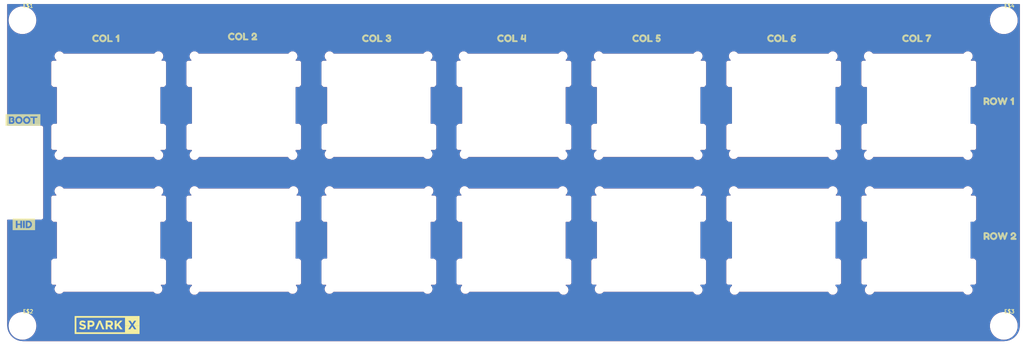
<source format=kicad_pcb>
(kicad_pcb (version 20211014) (generator pcbnew)
  (layers (0 "F.Cu" signal) (31 "B.Cu" signal) (34 "B.Paste" user) (35 "F.Paste" user) (36 "B.SilkS" user "B.Silkscreen") (37 "F.SilkS" user "F.Silkscreen") (38 "B.Mask" user) (39 "F.Mask" user) (44 "Edge.Cuts" user))
  (net 0 "")
  (footprint "" (layer "F.Cu") (at 103.48698 102.529324)
    (fp_text reference "@HOLE15" hide)
    (fp_text value "" (at 0 0) (layer "F.SilkS") (effects (font (size 1.27 1.27))))
    (pad "" np_thru_hole circle (at 0 0) (size 0.762 0.762) (drill 0.762) (layers *.Cu *.Mask))
  )
  (footprint "" (layer "F.Cu") (at 103.48698 88.559324)
    (fp_text reference "@HOLE12" hide)
    (fp_text value "" (at 0 0) (layer "F.SilkS") (effects (font (size 1.27 1.27))))
    (pad "" np_thru_hole circle (at 0 0) (size 0.762 0.762) (drill 0.762) (layers *.Cu *.Mask))
  )
  (footprint "" (layer "F.Cu") (at 174.47998 88.559324)
    (fp_text reference "@HOLE33" hide)
    (fp_text value "" (at 0 0) (layer "F.SilkS") (effects (font (size 1.27 1.27))))
    (pad "" np_thru_hole circle (at 0 0) (size 0.762 0.762) (drill 0.762) (layers *.Cu *.Mask))
  )
  (footprint "" (layer "F.Cu") (at 84.43698 121.452324)
    (fp_text reference "@HOLE5" hide)
    (fp_text value "" (at 0 0) (layer "F.SilkS") (effects (font (size 1.27 1.27))))
    (pad "" np_thru_hole circle (at 0 0) (size 0.762 0.762) (drill 0.762) (layers *.Cu *.Mask))
  )
  (footprint "" (layer "F.Cu") (at 103.48698 107.609324)
    (fp_text reference "@HOLE8" hide)
    (fp_text value "" (at 0 0) (layer "F.SilkS") (effects (font (size 1.27 1.27))))
    (pad "" np_thru_hole circle (at 0 0) (size 0.762 0.762) (drill 0.762) (layers *.Cu *.Mask))
  )
  (footprint "" (layer "F.Cu") (at 84.43698 88.559324)
    (fp_text reference "@HOLE0" hide)
    (fp_text value "" (at 0 0) (layer "F.SilkS") (effects (font (size 1.27 1.27))))
    (pad "" np_thru_hole circle (at 0 0) (size 0.762 0.762) (drill 0.762) (layers *.Cu *.Mask))
  )
  (footprint "eagleBoard:STAND-OFF" (layer "F.Cu") (at 79.22998 126.659324)
    (fp_text reference "E$2" (at 0 -2.032) (layer "F.SilkS") (effects (font (size 0.512064 0.512064) (thickness 0.097536)) (justify left)))
    (fp_text value "")
    (pad "" np_thru_hole circle (at 0 0) (size 3.302 3.302) (drill 3.302) (layers *.Cu *.Mask))
  )
  (footprint "" (layer "F.Cu") (at 212.57998 102.529324)
    (fp_text reference "@HOLE50" hide)
    (fp_text value "" (at 0 0) (layer "F.SilkS") (effects (font (size 1.27 1.27))))
    (pad "" np_thru_hole circle (at 0 0) (size 0.762 0.762) (drill 0.762) (layers *.Cu *.Mask))
  )
  (footprint "" (layer "F.Cu") (at 84.43698 102.529324)
    (fp_text reference "@HOLE3" hide)
    (fp_text value "" (at 0 0) (layer "F.SilkS") (effects (font (size 1.27 1.27))))
    (pad "" np_thru_hole circle (at 0 0) (size 0.762 0.762) (drill 0.762) (layers *.Cu *.Mask))
  )
  (footprint "" (layer "F.Cu") (at 155.42998 88.559324)
    (fp_text reference "@HOLE22" hide)
    (fp_text value "" (at 0 0) (layer "F.SilkS") (effects (font (size 1.27 1.27))))
    (pad "" np_thru_hole circle (at 0 0) (size 0.762 0.762) (drill 0.762) (layers *.Cu *.Mask))
  )
  (footprint "eagleBoard:COL_23" (layer "F.Cu") (at 107.29698 85.765324)
    (fp_text reference "E$11" hide)
    (fp_text value "" hide)
  )
  (footprint "" (layer "F.Cu") (at 155.42998 107.609324)
    (fp_text reference "@HOLE24" hide)
    (fp_text value "" (at 0 0) (layer "F.SilkS") (effects (font (size 1.27 1.27))))
    (pad "" np_thru_hole circle (at 0 0) (size 0.762 0.762) (drill 0.762) (layers *.Cu *.Mask))
  )
  (footprint "" (layer "F.Cu") (at 179.55998 107.609324)
    (fp_text reference "@HOLE40" hide)
    (fp_text value "" (at 0 0) (layer "F.SilkS") (effects (font (size 1.27 1.27))))
    (pad "" np_thru_hole circle (at 0 0) (size 0.762 0.762) (drill 0.762) (layers *.Cu *.Mask))
  )
  (footprint "eagleBoard:COL_34" (layer "F.Cu") (at 126.21998 86.019324)
    (fp_text reference "E$12" hide)
    (fp_text value "" hide)
  )
  (footprint "" (layer "F.Cu") (at 155.42998 102.529324)
    (fp_text reference "@HOLE23" hide)
    (fp_text value "" (at 0 0) (layer "F.SilkS") (effects (font (size 1.27 1.27))))
    (pad "" np_thru_hole circle (at 0 0) (size 0.762 0.762) (drill 0.762) (layers *.Cu *.Mask))
  )
  (footprint "" (layer "F.Cu") (at 193.52998 88.559324)
    (fp_text reference "@HOLE46" hide)
    (fp_text value "" (at 0 0) (layer "F.SilkS") (effects (font (size 1.27 1.27))))
    (pad "" np_thru_hole circle (at 0 0) (size 0.762 0.762) (drill 0.762) (layers *.Cu *.Mask))
  )
  (footprint "eagleBoard:STAND-OFF" (layer "F.Cu") (at 79.22998 83.479324)
    (fp_text reference "E$1" (at 0 -2.032) (layer "F.SilkS") (effects (font (size 0.512064 0.512064) (thickness 0.097536)) (justify left)))
    (fp_text value "")
    (pad "" np_thru_hole circle (at 0 0) (size 3.302 3.302) (drill 3.302) (layers *.Cu *.Mask))
  )
  (footprint "" (layer "F.Cu") (at 117.32998 102.529324)
    (fp_text reference "@HOLE14" hide)
    (fp_text value "" (at 0 0) (layer "F.SilkS") (effects (font (size 1.27 1.27))))
    (pad "" np_thru_hole circle (at 0 0) (size 0.762 0.762) (drill 0.762) (layers *.Cu *.Mask))
  )
  (footprint "" (layer "F.Cu") (at 136.37998 102.402324)
    (fp_text reference "@HOLE19" hide)
    (fp_text value "" (at 0 0) (layer "F.SilkS") (effects (font (size 1.27 1.27))))
    (pad "" np_thru_hole circle (at 0 0) (size 0.762 0.762) (drill 0.762) (layers *.Cu *.Mask))
  )
  (footprint "eagleBoard:COL_12" (layer "F.Cu") (at 88.11998 86.019324)
    (fp_text reference "E$10" hide)
    (fp_text value "" hide)
  )
  (footprint "" (layer "F.Cu") (at 141.58698 107.609324)
    (fp_text reference "@HOLE25" hide)
    (fp_text value "" (at 0 0) (layer "F.SilkS") (effects (font (size 1.27 1.27))))
    (pad "" np_thru_hole circle (at 0 0) (size 0.762 0.762) (drill 0.762) (layers *.Cu *.Mask))
  )
  (footprint "eagleBoard:COL_56" (layer "F.Cu") (at 164.31998 86.019324)
    (fp_text reference "E$14" hide)
    (fp_text value "" hide)
  )
  (footprint "" (layer "F.Cu") (at 122.53698 102.402324)
    (fp_text reference "@HOLE16" hide)
    (fp_text value "" (at 0 0) (layer "F.SilkS") (effects (font (size 1.27 1.27))))
    (pad "" np_thru_hole circle (at 0 0) (size 0.762 0.762) (drill 0.762) (layers *.Cu *.Mask))
  )
  (footprint "" (layer "F.Cu") (at 179.55998 102.402324)
    (fp_text reference "@HOLE44" hide)
    (fp_text value "" (at 0 0) (layer "F.SilkS") (effects (font (size 1.27 1.27))))
    (pad "" np_thru_hole circle (at 0 0) (size 0.762 0.762) (drill 0.762) (layers *.Cu *.Mask))
  )
  (footprint "" (layer "F.Cu") (at 141.71398 121.452324)
    (fp_text reference "@HOLE26" hide)
    (fp_text value "" (at 0 0) (layer "F.SilkS") (effects (font (size 1.27 1.27))))
    (pad "" np_thru_hole circle (at 0 0) (size 0.762 0.762) (drill 0.762) (layers *.Cu *.Mask))
  )
  (footprint "" (layer "F.Cu") (at 122.53698 107.609324)
    (fp_text reference "@HOLE30" hide)
    (fp_text value "" (at 0 0) (layer "F.SilkS") (effects (font (size 1.27 1.27))))
    (pad "" np_thru_hole circle (at 0 0) (size 0.762 0.762) (drill 0.762) (layers *.Cu *.Mask))
  )
  (footprint "" (layer "F.Cu") (at 141.58698 102.402324)
    (fp_text reference "@HOLE20" hide)
    (fp_text value "" (at 0 0) (layer "F.SilkS") (effects (font (size 1.27 1.27))))
    (pad "" np_thru_hole circle (at 0 0) (size 0.762 0.762) (drill 0.762) (layers *.Cu *.Mask))
  )
  (footprint "" (layer "F.Cu") (at 160.50998 88.559324)
    (fp_text reference "@HOLE32" hide)
    (fp_text value "" (at 0 0) (layer "F.SilkS") (effects (font (size 1.27 1.27))))
    (pad "" np_thru_hole circle (at 0 0) (size 0.762 0.762) (drill 0.762) (layers *.Cu *.Mask))
  )
  (footprint "" (layer "F.Cu") (at 174.47998 102.529324)
    (fp_text reference "@HOLE34" hide)
    (fp_text value "" (at 0 0) (layer "F.SilkS") (effects (font (size 1.27 1.27))))
    (pad "" np_thru_hole circle (at 0 0) (size 0.762 0.762) (drill 0.762) (layers *.Cu *.Mask))
  )
  (footprint "" (layer "F.Cu") (at 117.32998 88.559324)
    (fp_text reference "@HOLE13" hide)
    (fp_text value "" (at 0 0) (layer "F.SilkS") (effects (font (size 1.27 1.27))))
    (pad "" np_thru_hole circle (at 0 0) (size 0.762 0.762) (drill 0.762) (layers *.Cu *.Mask))
  )
  (footprint "eagleBoard:COL_67" (layer "F.Cu") (at 183.36998 86.019324)
    (fp_text reference "E$15" hide)
    (fp_text value "" hide)
  )
  (footprint "eagleBoard:STAND-OFF" (layer "F.Cu") (at 217.65998 126.659324)
    (fp_text reference "E$3" (at 0 -2.032) (layer "F.SilkS") (effects (font (size 0.512064 0.512064) (thickness 0.097536)) (justify left)))
    (fp_text value "")
    (pad "" np_thru_hole circle (at 0 0) (size 3.302 3.302) (drill 3.302) (layers *.Cu *.Mask))
  )
  (footprint "" (layer "F.Cu") (at 212.57998 107.609324)
    (fp_text reference "@HOLE55" hide)
    (fp_text value "" (at 0 0) (layer "F.SilkS") (effects (font (size 1.27 1.27))))
    (pad "" np_thru_hole circle (at 0 0) (size 0.762 0.762) (drill 0.762) (layers *.Cu *.Mask))
  )
  (footprint "" (layer "F.Cu") (at 198.60998 88.559324)
    (fp_text reference "@HOLE48" hide)
    (fp_text value "" (at 0 0) (layer "F.SilkS") (effects (font (size 1.27 1.27))))
    (pad "" np_thru_hole circle (at 0 0) (size 0.762 0.762) (drill 0.762) (layers *.Cu *.Mask))
  )
  (footprint "" (layer "F.Cu") (at 198.60998 102.529324)
    (fp_text reference "@HOLE51" hide)
    (fp_text value "" (at 0 0) (layer "F.SilkS") (effects (font (size 1.27 1.27))))
    (pad "" np_thru_hole circle (at 0 0) (size 0.762 0.762) (drill 0.762) (layers *.Cu *.Mask))
  )
  (footprint "" (layer "F.Cu") (at 98.40698 88.559324)
    (fp_text reference "@HOLE1" hide)
    (fp_text value "" (at 0 0) (layer "F.SilkS") (effects (font (size 1.27 1.27))))
    (pad "" np_thru_hole circle (at 0 0) (size 0.762 0.762) (drill 0.762) (layers *.Cu *.Mask))
  )
  (footprint "" (layer "F.Cu") (at 193.52998 102.529324)
    (fp_text reference "@HOLE45" hide)
    (fp_text value "" (at 0 0) (layer "F.SilkS") (effects (font (size 1.27 1.27))))
    (pad "" np_thru_hole circle (at 0 0) (size 0.762 0.762) (drill 0.762) (layers *.Cu *.Mask))
  )
  (footprint "" (layer "F.Cu") (at 98.27998 121.452324)
    (fp_text reference "@HOLE6" hide)
    (fp_text value "" (at 0 0) (layer "F.SilkS") (effects (font (size 1.27 1.27))))
    (pad "" np_thru_hole circle (at 0 0) (size 0.762 0.762) (drill 0.762) (layers *.Cu *.Mask))
  )
  (footprint "eagleBoard:COL_45" (layer "F.Cu") (at 145.26998 86.019324)
    (fp_text reference "E$13" hide)
    (fp_text value "" hide)
  )
  (footprint "" (layer "F.Cu") (at 98.40698 102.529324)
    (fp_text reference "@HOLE2" hide)
    (fp_text value "" (at 0 0) (layer "F.SilkS") (effects (font (size 1.27 1.27))))
    (pad "" np_thru_hole circle (at 0 0) (size 0.762 0.762) (drill 0.762) (layers *.Cu *.Mask))
  )
  (footprint "" (layer "F.Cu") (at 98.40698 107.609324)
    (fp_text reference "@HOLE7" hide)
    (fp_text value "" (at 0 0) (layer "F.SilkS") (effects (font (size 1.27 1.27))))
    (pad "" np_thru_hole circle (at 0 0) (size 0.762 0.762) (drill 0.762) (layers *.Cu *.Mask))
  )
  (footprint "" (layer "F.Cu") (at 160.63698 121.452324)
    (fp_text reference "@HOLE39" hide)
    (fp_text value "" (at 0 0) (layer "F.SilkS") (effects (font (size 1.27 1.27))))
    (pad "" np_thru_hole circle (at 0 0) (size 0.762 0.762) (drill 0.762) (layers *.Cu *.Mask))
  )
  (footprint "" (layer "F.Cu") (at 212.57998 88.559324)
    (fp_text reference "@HOLE49" hide)
    (fp_text value "" (at 0 0) (layer "F.SilkS") (effects (font (size 1.27 1.27))))
    (pad "" np_thru_hole circle (at 0 0) (size 0.762 0.762) (drill 0.762) (layers *.Cu *.Mask))
  )
  (footprint "" (layer "F.Cu") (at 117.32998 121.452324)
    (fp_text reference "@HOLE10" hide)
    (fp_text value "" (at 0 0) (layer "F.SilkS") (effects (font (size 1.27 1.27))))
    (pad "" np_thru_hole circle (at 0 0) (size 0.762 0.762) (drill 0.762) (layers *.Cu *.Mask))
  )
  (footprint "" (layer "F.Cu") (at 174.47998 107.609324)
    (fp_text reference "@HOLE37" hide)
    (fp_text value "" (at 0 0) (layer "F.SilkS") (effects (font (size 1.27 1.27))))
    (pad "" np_thru_hole circle (at 0 0) (size 0.762 0.762) (drill 0.762) (layers *.Cu *.Mask))
  )
  (footprint "" (layer "F.Cu") (at 136.37998 88.559324)
    (fp_text reference "@HOLE18" hide)
    (fp_text value "" (at 0 0) (layer "F.SilkS") (effects (font (size 1.27 1.27))))
    (pad "" np_thru_hole circle (at 0 0) (size 0.762 0.762) (drill 0.762) (layers *.Cu *.Mask))
  )
  (footprint "" (layer "F.Cu") (at 155.55698 121.579324)
    (fp_text reference "@HOLE27" hide)
    (fp_text value "" (at 0 0) (layer "F.SilkS") (effects (font (size 1.27 1.27))))
    (pad "" np_thru_hole circle (at 0 0) (size 0.762 0.762) (drill 0.762) (layers *.Cu *.Mask))
  )
  (footprint "" (layer "F.Cu") (at 117.45698 107.609324)
    (fp_text reference "@HOLE11" hide)
    (fp_text value "" (at 0 0) (layer "F.SilkS") (effects (font (size 1.27 1.27))))
    (pad "" np_thru_hole circle (at 0 0) (size 0.762 0.762) (drill 0.762) (layers *.Cu *.Mask))
  )
  (footprint "" (layer "F.Cu") (at 198.73698 107.609324)
    (fp_text reference "@HOLE52" hide)
    (fp_text value "" (at 0 0) (layer "F.SilkS") (effects (font (size 1.27 1.27))))
    (pad "" np_thru_hole circle (at 0 0) (size 0.762 0.762) (drill 0.762) (layers *.Cu *.Mask))
  )
  (footprint "" (layer "F.Cu") (at 160.63698 107.609324)
    (fp_text reference "@HOLE36" hide)
    (fp_text value "" (at 0 0) (layer "F.SilkS") (effects (font (size 1.27 1.27))))
    (pad "" np_thru_hole circle (at 0 0) (size 0.762 0.762) (drill 0.762) (layers *.Cu *.Mask))
  )
  (footprint "" (layer "F.Cu") (at 193.52998 107.609324)
    (fp_text reference "@HOLE41" hide)
    (fp_text value "" (at 0 0) (layer "F.SilkS") (effects (font (size 1.27 1.27))))
    (pad "" np_thru_hole circle (at 0 0) (size 0.762 0.762) (drill 0.762) (layers *.Cu *.Mask))
  )
  (footprint "" (layer "F.Cu") (at 136.37998 121.452324)
    (fp_text reference "@HOLE28" hide)
    (fp_text value "" (at 0 0) (layer "F.SilkS") (effects (font (size 1.27 1.27))))
    (pad "" np_thru_hole circle (at 0 0) (size 0.762 0.762) (drill 0.762) (layers *.Cu *.Mask))
  )
  (footprint "" (layer "F.Cu") (at 212.57998 121.579324)
    (fp_text reference "@HOLE54" hide)
    (fp_text value "" (at 0 0) (layer "F.SilkS") (effects (font (size 1.27 1.27))))
    (pad "" np_thru_hole circle (at 0 0) (size 0.762 0.762) (drill 0.762) (layers *.Cu *.Mask))
  )
  (footprint "eagleBoard:HID0" (layer "F.Cu") (at 77.32498 112.308324)
    (fp_text reference "E$6" hide)
    (fp_text value "" hide)
  )
  (footprint "" (layer "F.Cu") (at 179.68698 121.579324)
    (fp_text reference "@HOLE43" hide)
    (fp_text value "" (at 0 0) (layer "F.SilkS") (effects (font (size 1.27 1.27))))
    (pad "" np_thru_hole circle (at 0 0) (size 0.762 0.762) (drill 0.762) (layers *.Cu *.Mask))
  )
  (footprint "" (layer "F.Cu") (at 174.47998 121.579324)
    (fp_text reference "@HOLE38" hide)
    (fp_text value "" (at 0 0) (layer "F.SilkS") (effects (font (size 1.27 1.27))))
    (pad "" np_thru_hole circle (at 0 0) (size 0.762 0.762) (drill 0.762) (layers *.Cu *.Mask))
  )
  (footprint "" (layer "F.Cu") (at 84.43698 107.609324)
    (fp_text reference "@HOLE4" hide)
    (fp_text value "" (at 0 0) (layer "F.SilkS") (effects (font (size 1.27 1.27))))
    (pad "" np_thru_hole circle (at 0 0) (size 0.762 0.762) (drill 0.762) (layers *.Cu *.Mask))
  )
  (footprint "" (layer "F.Cu") (at 160.50998 102.529324)
    (fp_text reference "@HOLE35" hide)
    (fp_text value "" (at 0 0) (layer "F.SilkS") (effects (font (size 1.27 1.27))))
    (pad "" np_thru_hole circle (at 0 0) (size 0.762 0.762) (drill 0.762) (layers *.Cu *.Mask))
  )
  (footprint "eagleBoard:SPARKX-MEDIUM" (layer "F.Cu") (at 91.16798 126.532324)
    (fp_text reference "E$7" hide)
    (fp_text value "" hide)
  )
  (footprint "eagleBoard:ROW_10" (layer "F.Cu") (at 213.84998 94.909324)
    (fp_text reference "E$8" hide)
    (fp_text value "" hide)
  )
  (footprint "" (layer "F.Cu") (at 103.48698 121.579324)
    (fp_text reference "@HOLE9" hide)
    (fp_text value "" (at 0 0) (layer "F.SilkS") (effects (font (size 1.27 1.27))))
    (pad "" np_thru_hole circle (at 0 0) (size 0.762 0.762) (drill 0.762) (layers *.Cu *.Mask))
  )
  (footprint "" (layer "F.Cu") (at 122.53698 121.452324)
    (fp_text reference "@HOLE29" hide)
    (fp_text value "" (at 0 0) (layer "F.SilkS") (effects (font (size 1.27 1.27))))
    (pad "" np_thru_hole circle (at 0 0) (size 0.762 0.762) (drill 0.762) (layers *.Cu *.Mask))
  )
  (footprint "" (layer "F.Cu") (at 193.52998 121.579324)
    (fp_text reference "@HOLE42" hide)
    (fp_text value "" (at 0 0) (layer "F.SilkS") (effects (font (size 1.27 1.27))))
    (pad "" np_thru_hole circle (at 0 0) (size 0.762 0.762) (drill 0.762) (layers *.Cu *.Mask))
  )
  (footprint "" (layer "F.Cu") (at 198.73698 121.579324)
    (fp_text reference "@HOLE53" hide)
    (fp_text value "" (at 0 0) (layer "F.SilkS") (effects (font (size 1.27 1.27))))
    (pad "" np_thru_hole circle (at 0 0) (size 0.762 0.762) (drill 0.762) (layers *.Cu *.Mask))
  )
  (footprint "eagleBoard:BOOT1" (layer "F.Cu") (at 76.30898 97.576324)
    (fp_text reference "E$5" hide)
    (fp_text value "" hide)
  )
  (footprint "" (layer "F.Cu") (at 136.50698 107.609324)
    (fp_text reference "@HOLE31" hide)
    (fp_text value "" (at 0 0) (layer "F.SilkS") (effects (font (size 1.27 1.27))))
    (pad "" np_thru_hole circle (at 0 0) (size 0.762 0.762) (drill 0.762) (layers *.Cu *.Mask))
  )
  (footprint "" (layer "F.Cu") (at 179.55998 88.559324)
    (fp_text reference "@HOLE47" hide)
    (fp_text value "" (at 0 0) (layer "F.SilkS") (effects (font (size 1.27 1.27))))
    (pad "" np_thru_hole circle (at 0 0) (size 0.762 0.762) (drill 0.762) (layers *.Cu *.Mask))
  )
  (footprint "eagleBoard:COL_78" (layer "F.Cu") (at 202.41998 86.019324)
    (fp_text reference "E$16" hide)
    (fp_text value "" hide)
  )
  (footprint "eagleBoard:ROW_21" (layer "F.Cu") (at 213.84998 113.959324)
    (fp_text reference "E$9" hide)
    (fp_text value "" hide)
  )
  (footprint "" (layer "F.Cu") (at 122.53698 88.559324)
    (fp_text reference "@HOLE17" hide)
    (fp_text value "" (at 0 0) (layer "F.SilkS") (effects (font (size 1.27 1.27))))
    (pad "" np_thru_hole circle (at 0 0) (size 0.762 0.762) (drill 0.762) (layers *.Cu *.Mask))
  )
  (footprint "" (layer "F.Cu") (at 141.45998 88.559324)
    (fp_text reference "@HOLE21" hide)
    (fp_text value "" (at 0 0) (layer "F.SilkS") (effects (font (size 1.27 1.27))))
    (pad "" np_thru_hole circle (at 0 0) (size 0.762 0.762) (drill 0.762) (layers *.Cu *.Mask))
  )
  (footprint "eagleBoard:STAND-OFF" (layer "F.Cu") (at 217.65998 83.479324)
    (fp_text reference "E$4" (at 0 -2.032) (layer "F.SilkS") (effects (font (size 0.512064 0.512064) (thickness 0.097536)) (justify left)))
    (fp_text value "")
    (pad "" np_thru_hole circle (at 0 0) (size 3.302 3.302) (drill 3.302) (layers *.Cu *.Mask))
  )
  (gr_line (start 212.763089 98.410184) (end 212.657261 98.304343) (layer "Edge.Cuts") (width 0.001))
  (gr_line (start 98.37843 89.499015) (end 98.37843 88.504184) (layer "Edge.Cuts") (width 0.001))
  (gr_line (start 76.809598 127.027515) (end 76.91543 127.450843) (layer "Edge.Cuts") (width 0.001))
  (gr_line (start 174.557261 89.499015) (end 174.557261 88.504184) (layer "Edge.Cuts") (width 0.001))
  (gr_line (start 179.616089 101.500515) (end 179.616089 102.495343) (layer "Edge.Cuts") (width 0.001))
  (gr_line (start 193.607261 101.500515) (end 194.411598 101.500515) (layer "Edge.Cuts") (width 0.001))
  (gr_line (start 156.35393 92.504684) (end 156.35393 89.499015) (layer "Edge.Cuts") (width 0.001))
  (gr_line (start 193.713098 117.439015) (end 193.607261 117.333184) (layer "Edge.Cuts") (width 0.001))
  (gr_line (start 160.566098 108.549015) (end 159.761761 108.549015) (layer "Edge.Cuts") (width 0.001))
  (gr_line (start 212.763089 117.439015) (end 212.657261 117.333184) (layer "Edge.Cuts") (width 0.001))
  (gr_line (start 137.30393 92.504684) (end 137.30393 89.499015) (layer "Edge.Cuts") (width 0.001))
  (gr_line (start 117.534261 111.660515) (end 118.148098 111.660515) (layer "Edge.Cuts") (width 0.001))
  (gr_line (start 83.688761 92.610515) (end 84.28143 92.610515) (layer "Edge.Cuts") (width 0.001))
  (gr_line (start 212.657261 89.499015) (end 212.657261 88.504184) (layer "Edge.Cuts") (width 0.001))
  (gr_line (start 136.499598 108.549015) (end 136.499598 107.554184) (layer "Edge.Cuts") (width 0.001))
  (gr_line (start 155.549598 117.354343) (end 155.549598 111.745184) (layer "Edge.Cuts") (width 0.001))
  (gr_line (start 141.55843 107.554184) (end 141.55843 108.549015) (layer "Edge.Cuts") (width 0.001))
  (gr_line (start 178.917598 117.439015) (end 178.811761 117.544843) (layer "Edge.Cuts") (width 0.001))
  (gr_line (start 103.437261 121.545343) (end 117.449598 121.545343) (layer "Edge.Cuts") (width 0.001))
  (gr_line (start 175.361598 117.544843) (end 175.27693 117.439015) (layer "Edge.Cuts") (width 0.001))
  (gr_line (start 122.402598 98.410184) (end 121.80993 98.410184) (layer "Edge.Cuts") (width 0.001))
  (gr_line (start 156.248098 98.410184) (end 155.65543 98.410184) (layer "Edge.Cuts") (width 0.001))
  (gr_line (start 103.437261 89.499015) (end 102.654098 89.499015) (layer "Edge.Cuts") (width 0.001))
  (gr_line (start 159.761761 111.533515) (end 159.867598 111.639343) (layer "Edge.Cuts") (width 0.001))
  (gr_line (start 118.232761 101.500515) (end 118.232761 98.494843) (layer "Edge.Cuts") (width 0.001))
  (gr_line (start 194.411598 120.529343) (end 194.411598 117.544843) (layer "Edge.Cuts") (width 0.001))
  (gr_line (start 155.549598 88.504184) (end 141.55843 88.504184) (layer "Edge.Cuts") (width 0.001))
  (gr_line (start 118.232761 92.504684) (end 118.232761 89.499015) (layer "Edge.Cuts") (width 0.001))
  (gr_line (start 197.861761 101.500515) (end 198.666089 101.500515) (layer "Edge.Cuts") (width 0.001))
  (gr_line (start 155.65543 92.610515) (end 156.248098 92.610515) (layer "Edge.Cuts") (width 0.001))
  (gr_line (start 194.411598 89.499015) (end 193.607261 89.499015) (layer "Edge.Cuts") (width 0.001))
  (gr_line (start 102.738761 92.610515) (end 103.352598 92.610515) (layer "Edge.Cuts") (width 0.001))
  (gr_line (start 193.607261 117.333184) (end 193.607261 111.745184) (layer "Edge.Cuts") (width 0.001))
  (gr_line (start 213.461589 111.533515) (end 213.461589 108.549015) (layer "Edge.Cuts") (width 0.001))
  (gr_line (start 122.50843 117.354343) (end 122.402598 117.460184) (layer "Edge.Cuts") (width 0.001))
  (gr_line (start 137.198098 98.410184) (end 136.60543 98.410184) (layer "Edge.Cuts") (width 0.001))
  (gr_line (start 194.411598 117.544843) (end 194.305761 117.439015) (layer "Edge.Cuts") (width 0.001))
  (gr_line (start 141.55843 102.495343) (end 155.549598 102.495343) (layer "Edge.Cuts") (width 0.001))
  (gr_line (start 174.663098 117.439015) (end 174.557261 117.333184) (layer "Edge.Cuts") (width 0.001))
  (gr_line (start 98.37843 111.745184) (end 98.484261 111.660515) (layer "Edge.Cuts") (width 0.001))
  (gr_line (start 102.654098 98.494843) (end 102.654098 101.500515) (layer "Edge.Cuts") (width 0.001))
  (gr_line (start 179.510261 92.610515) (end 179.616089 92.695184) (layer "Edge.Cuts") (width 0.001))
  (gr_line (start 122.50843 89.499015) (end 121.704098 89.499015) (layer "Edge.Cuts") (width 0.001))
  (gr_line (start 178.811761 92.504684) (end 178.917598 92.610515) (layer "Edge.Cuts") (width 0.001))
  (gr_line (start 141.452598 92.610515) (end 141.55843 92.695184) (layer "Edge.Cuts") (width 0.001))
  (gr_line (start 122.50843 121.545343) (end 136.499598 121.545343) (layer "Edge.Cuts") (width 0.001))
  (gr_line (start 179.616089 92.695184) (end 179.616089 98.304343) (layer "Edge.Cuts") (width 0.001))
  (gr_line (start 140.754098 92.504684) (end 140.85993 92.610515) (layer "Edge.Cuts") (width 0.001))
  (gr_line (start 159.867598 92.610515) (end 160.460261 92.610515) (layer "Edge.Cuts") (width 0.001))
  (gr_line (start 81.847261 98.664184) (end 76.76727 98.664184) (layer "Edge.Cuts") (width 0.001))
  (gr_line (start 179.616089 111.745184) (end 179.616089 117.333184) (layer "Edge.Cuts") (width 0.001))
  (gr_line (start 193.607261 89.499015) (end 193.607261 88.504184) (layer "Edge.Cuts") (width 0.001))
  (gr_line (start 159.761761 117.544843) (end 159.761761 120.529343) (layer "Edge.Cuts") (width 0.001))
  (gr_line (start 121.80993 98.410184) (end 121.704098 98.494843) (layer "Edge.Cuts") (width 0.001))
  (gr_line (start 122.50843 111.745184) (end 122.50843 117.354343) (layer "Edge.Cuts") (width 0.001))
  (gr_line (start 174.557261 108.549015) (end 174.557261 107.554184) (layer "Edge.Cuts") (width 0.001))
  (gr_line (start 174.663098 111.639343) (end 175.27693 111.639343) (layer "Edge.Cuts") (width 0.001))
  (gr_line (start 160.566098 102.495343) (end 174.557261 102.495343) (layer "Edge.Cuts") (width 0.001))
  (gr_line (start 219.896261 127.853015) (end 220.086761 127.450843) (layer "Edge.Cuts") (width 0.001))
  (gr_line (start 98.484261 92.610515) (end 99.07693 92.610515) (layer "Edge.Cuts") (width 0.001))
  (gr_line (start 99.07693 92.610515) (end 99.182761 92.504684) (layer "Edge.Cuts") (width 0.001))
  (gr_line (start 179.616089 88.504184) (end 179.616089 89.499015) (layer "Edge.Cuts") (width 0.001))
  (gr_line (start 213.355761 98.410184) (end 212.763089 98.410184) (layer "Edge.Cuts") (width 0.001))
  (gr_line (start 160.566098 111.745184) (end 160.566098 117.333184) (layer "Edge.Cuts") (width 0.001))
  (gr_line (start 218.96493 128.784343) (end 219.324761 128.530343) (layer "Edge.Cuts") (width 0.001))
  (gr_line (start 103.437261 111.745184) (end 103.437261 117.354343) (layer "Edge.Cuts") (width 0.001))
  (gr_line (start 141.55843 120.550515) (end 141.55843 121.545343) (layer "Edge.Cuts") (width 0.001))
  (gr_line (start 220.23493 80.884184) (end 220.23493 126.583015) (layer "Edge.Cuts") (width 0.001))
  (gr_line (start 78.43943 128.974843) (end 78.86277 129.080684) (layer "Edge.Cuts") (width 0.001))
  (gr_line (start 212.763089 92.610515) (end 213.355761 92.610515) (layer "Edge.Cuts") (width 0.001))
  (gr_line (start 179.616089 121.545343) (end 193.607261 121.545343) (layer "Edge.Cuts") (width 0.001))
  (gr_line (start 136.499598 92.695184) (end 136.60543 92.610515) (layer "Edge.Cuts") (width 0.001))
  (gr_line (start 175.27693 111.639343) (end 175.361598 111.533515) (layer "Edge.Cuts") (width 0.001))
  (gr_line (start 159.761761 101.500515) (end 160.566098 101.500515) (layer "Edge.Cuts") (width 0.001))
  (gr_line (start 137.198098 117.460184) (end 136.60543 117.460184) (layer "Edge.Cuts") (width 0.001))
  (gr_line (start 156.35393 108.549015) (end 155.549598 108.549015) (layer "Edge.Cuts") (width 0.001))
  (gr_line (start 141.452598 117.460184) (end 140.85993 117.460184) (layer "Edge.Cuts") (width 0.001))
  (gr_line (start 198.560261 111.639343) (end 198.666089 111.745184) (layer "Edge.Cuts") (width 0.001))
  (gr_line (start 156.35393 101.500515) (end 156.35393 98.494843) (layer "Edge.Cuts") (width 0.001))
  (gr_line (start 98.484261 111.660515) (end 99.07693 111.660515) (layer "Edge.Cuts") (width 0.001))
  (gr_line (start 213.461589 92.504684) (end 213.461589 89.499015) (layer "Edge.Cuts") (width 0.001))
  (gr_line (start 117.534261 117.460184) (end 117.449598 117.354343) (layer "Edge.Cuts") (width 0.001))
  (gr_line (start 155.549598 111.745184) (end 155.65543 111.660515) (layer "Edge.Cuts") (width 0.001))
  (gr_line (start 212.657261 88.504184) (end 198.666089 88.504184) (layer "Edge.Cuts") (width 0.001))
  (gr_line (start 155.549598 102.495343) (end 155.549598 101.500515) (layer "Edge.Cuts") (width 0.001))
  (gr_line (start 99.182761 111.554684) (end 99.182761 108.549015) (layer "Edge.Cuts") (width 0.001))
  (gr_line (start 197.967589 117.439015) (end 197.861761 117.544843) (layer "Edge.Cuts") (width 0.001))
  (gr_line (start 197.861761 120.529343) (end 198.666089 120.529343) (layer "Edge.Cuts") (width 0.001))
  (gr_line (start 78.03727 128.784343) (end 78.43943 128.974843) (layer "Edge.Cuts") (width 0.001))
  (gr_line (start 175.361598 120.529343) (end 175.361598 117.544843) (layer "Edge.Cuts") (width 0.001))
  (gr_line (start 98.484261 98.410184) (end 98.37843 98.304343) (layer "Edge.Cuts") (width 0.001))
  (gr_line (start 102.654098 92.504684) (end 102.738761 92.610515) (layer "Edge.Cuts") (width 0.001))
  (gr_line (start 117.449598 102.495343) (end 117.449598 101.500515) (layer "Edge.Cuts") (width 0.001))
  (gr_line (start 141.55843 88.504184) (end 141.55843 89.499015) (layer "Edge.Cuts") (width 0.001))
  (gr_line (start 84.387261 92.695184) (end 84.387261 98.304343) (layer "Edge.Cuts") (width 0.001))
  (gr_line (start 103.437261 101.500515) (end 103.437261 102.495343) (layer "Edge.Cuts") (width 0.001))
  (gr_line (start 160.460261 117.439015) (end 159.867598 117.439015) (layer "Edge.Cuts") (width 0.001))
  (gr_line (start 117.449598 92.695184) (end 117.534261 92.610515) (layer "Edge.Cuts") (width 0.001))
  (gr_line (start 213.355761 111.639343) (end 213.461589 111.533515) (layer "Edge.Cuts") (width 0.001))
  (gr_line (start 213.461589 120.529343) (end 213.461589 117.544843) (layer "Edge.Cuts") (width 0.001))
  (gr_line (start 136.60543 111.660515) (end 137.198098 111.660515) (layer "Edge.Cuts") (width 0.001))
  (gr_line (start 160.566098 89.499015) (end 159.761761 89.499015) (layer "Edge.Cuts") (width 0.001))
  (gr_line (start 136.499598 111.745184) (end 136.60543 111.660515) (layer "Edge.Cuts") (width 0.001))
  (gr_line (start 156.248098 117.460184) (end 155.65543 117.460184) (layer "Edge.Cuts") (width 0.001))
  (gr_line (start 174.557261 101.500515) (end 175.361598 101.500515) (layer "Edge.Cuts") (width 0.001))
  (gr_line (start 117.449598 121.545343) (end 117.449598 120.550515) (layer "Edge.Cuts") (width 0.001))
  (gr_line (start 98.37843 117.354343) (end 98.37843 111.745184) (layer "Edge.Cuts") (width 0.001))
  (gr_line (start 99.07693 98.410184) (end 98.484261 98.410184) (layer "Edge.Cuts") (width 0.001))
  (gr_line (start 198.666089 98.304343) (end 198.560261 98.410184) (layer "Edge.Cuts") (width 0.001))
  (gr_line (start 117.449598 89.499015) (end 117.449598 88.504184) (layer "Edge.Cuts") (width 0.001))
  (gr_line (start 179.510261 111.639343) (end 179.616089 111.745184) (layer "Edge.Cuts") (width 0.001))
  (gr_line (start 179.510261 117.439015) (end 178.917598 117.439015) (layer "Edge.Cuts") (width 0.001))
  (gr_line (start 175.27693 117.439015) (end 174.663098 117.439015) (layer "Edge.Cuts") (width 0.001))
  (gr_line (start 99.182761 98.494843) (end 99.07693 98.410184) (layer "Edge.Cuts") (width 0.001))
  (gr_line (start 117.449598 88.504184) (end 103.437261 88.504184) (layer "Edge.Cuts") (width 0.001))
  (gr_line (start 84.387261 102.495343) (end 98.37843 102.495343) (layer "Edge.Cuts") (width 0.001))
  (gr_line (start 174.663098 98.410184) (end 174.557261 98.304343) (layer "Edge.Cuts") (width 0.001))
  (gr_line (start 141.55843 117.354343) (end 141.452598 117.460184) (layer "Edge.Cuts") (width 0.001))
  (gr_line (start 84.387261 121.545343) (end 98.37843 121.545343) (layer "Edge.Cuts") (width 0.001))
  (gr_line (start 99.182761 89.499015) (end 98.37843 89.499015) (layer "Edge.Cuts") (width 0.001))
  (gr_line (start 140.754098 98.494843) (end 140.754098 101.500515) (layer "Edge.Cuts") (width 0.001))
  (gr_line (start 102.654098 120.550515) (end 103.437261 120.550515) (layer "Edge.Cuts") (width 0.001))
  (gr_line (start 155.549598 92.695184) (end 155.65543 92.610515) (layer "Edge.Cuts") (width 0.001))
  (gr_line (start 140.754098 101.500515) (end 141.55843 101.500515) (layer "Edge.Cuts") (width 0.001))
  (gr_line (start 103.437261 88.504184) (end 103.437261 89.499015) (layer "Edge.Cuts") (width 0.001))
  (gr_line (start 220.086761 127.450843) (end 220.192589 127.027515) (layer "Edge.Cuts") (width 0.001))
  (gr_line (start 83.688761 117.460184) (end 83.58293 117.544843) (layer "Edge.Cuts") (width 0.001))
  (gr_line (start 83.58293 117.544843) (end 83.58293 120.550515) (layer "Edge.Cuts") (width 0.001))
  (gr_line (start 197.861761 92.504684) (end 197.967589 92.610515) (layer "Edge.Cuts") (width 0.001))
  (gr_line (start 102.738761 111.660515) (end 103.352598 111.660515) (layer "Edge.Cuts") (width 0.001))
  (gr_line (start 117.534261 92.610515) (end 118.148098 92.610515) (layer "Edge.Cuts") (width 0.001))
  (gr_line (start 136.499598 88.504184) (end 122.50843 88.504184) (layer "Edge.Cuts") (width 0.001))
  (gr_line (start 174.557261 120.529343) (end 175.361598 120.529343) (layer "Edge.Cuts") (width 0.001))
  (gr_line (start 84.387261 120.550515) (end 84.387261 121.545343) (layer "Edge.Cuts") (width 0.001))
  (gr_line (start 159.867598 98.410184) (end 159.761761 98.494843) (layer "Edge.Cuts") (width 0.001))
  (gr_line (start 103.352598 117.460184) (end 102.738761 117.460184) (layer "Edge.Cuts") (width 0.001))
  (gr_line (start 198.560261 98.410184) (end 197.967589 98.410184) (layer "Edge.Cuts") (width 0.001))
  (gr_line (start 121.80993 111.660515) (end 122.402598 111.660515) (layer "Edge.Cuts") (width 0.001))
  (gr_line (start 179.616089 108.549015) (end 178.811761 108.549015) (layer "Edge.Cuts") (width 0.001))
  (gr_line (start 160.566098 107.554184) (end 160.566098 108.549015) (layer "Edge.Cuts") (width 0.001))
  (gr_line (start 212.657261 117.333184) (end 212.657261 111.745184) (layer "Edge.Cuts") (width 0.001))
  (gr_line (start 178.811761 108.549015) (end 178.811761 111.533515) (layer "Edge.Cuts") (width 0.001))
  (gr_line (start 84.28143 111.660515) (end 84.387261 111.745184) (layer "Edge.Cuts") (width 0.001))
  (gr_line (start 155.65543 98.410184) (end 155.549598 98.304343) (layer "Edge.Cuts") (width 0.001))
  (gr_line (start 213.461589 89.499015) (end 212.657261 89.499015) (layer "Edge.Cuts") (width 0.001))
  (gr_line (start 193.607261 107.554184) (end 179.616089 107.554184) (layer "Edge.Cuts") (width 0.001))
  (gr_line (start 160.566098 92.695184) (end 160.566098 98.304343) (layer "Edge.Cuts") (width 0.001))
  (gr_line (start 159.761761 120.529343) (end 160.566098 120.529343) (layer "Edge.Cuts") (width 0.001))
  (gr_line (start 98.37843 88.504184) (end 84.387261 88.504184) (layer "Edge.Cuts") (width 0.001))
  (gr_line (start 122.50843 92.695184) (end 122.50843 98.304343) (layer "Edge.Cuts") (width 0.001))
  (gr_line (start 117.449598 107.554184) (end 103.437261 107.554184) (layer "Edge.Cuts") (width 0.001))
  (gr_line (start 160.566098 88.504184) (end 160.566098 89.499015) (layer "Edge.Cuts") (width 0.001))
  (gr_line (start 121.704098 120.550515) (end 122.50843 120.550515) (layer "Edge.Cuts") (width 0.001))
  (gr_line (start 156.248098 111.660515) (end 156.35393 111.554684) (layer "Edge.Cuts") (width 0.001))
  (gr_line (start 136.499598 120.550515) (end 137.30393 120.550515) (layer "Edge.Cuts") (width 0.001))
  (gr_line (start 198.666089 92.695184) (end 198.666089 98.304343) (layer "Edge.Cuts") (width 0.001))
  (gr_line (start 197.861761 111.533515) (end 197.967589 111.639343) (layer "Edge.Cuts") (width 0.001))
  (gr_line (start 84.387261 88.504184) (end 84.387261 89.499015) (layer "Edge.Cuts") (width 0.001))
  (gr_line (start 198.666089 102.495343) (end 212.657261 102.495343) (layer "Edge.Cuts") (width 0.001))
  (gr_line (start 193.607261 92.695184) (end 193.713098 92.610515) (layer "Edge.Cuts") (width 0.001))
  (gr_line (start 121.704098 111.554684) (end 121.80993 111.660515) (layer "Edge.Cuts") (width 0.001))
  (gr_line (start 155.549598 107.554184) (end 141.55843 107.554184) (layer "Edge.Cuts") (width 0.001))
  (gr_line (start 84.387261 111.745184) (end 84.387261 117.354343) (layer "Edge.Cuts") (width 0.001))
  (gr_line (start 198.666089 101.500515) (end 198.666089 102.495343) (layer "Edge.Cuts") (width 0.001))
  (gr_line (start 198.560261 117.439015) (end 197.967589 117.439015) (layer "Edge.Cuts") (width 0.001))
  (gr_line (start 76.76727 98.664184) (end 76.76727 80.884184) (layer "Edge.Cuts") (width 0.001))
  (gr_line (start 193.713098 98.410184) (end 193.607261 98.304343) (layer "Edge.Cuts") (width 0.001))
  (gr_line (start 99.182761 108.549015) (end 98.37843 108.549015) (layer "Edge.Cuts") (width 0.001))
  (gr_line (start 84.28143 92.610515) (end 84.387261 92.695184) (layer "Edge.Cuts") (width 0.001))
  (gr_line (start 83.58293 101.500515) (end 84.387261 101.500515) (layer "Edge.Cuts") (width 0.001))
  (gr_line (start 178.917598 111.639343) (end 179.510261 111.639343) (layer "Edge.Cuts") (width 0.001))
  (gr_line (start 213.355761 117.439015) (end 212.763089 117.439015) (layer "Edge.Cuts") (width 0.001))
  (gr_line (start 137.30393 117.544843) (end 137.198098 117.460184) (layer "Edge.Cuts") (width 0.001))
  (gr_line (start 118.148098 111.660515) (end 118.232761 111.554684) (layer "Edge.Cuts") (width 0.001))
  (gr_line (start 175.27693 92.610515) (end 175.361598 92.504684) (layer "Edge.Cuts") (width 0.001))
  (gr_line (start 193.607261 120.529343) (end 194.411598 120.529343) (layer "Edge.Cuts") (width 0.001))
  (gr_line (start 122.50843 108.549015) (end 121.704098 108.549015) (layer "Edge.Cuts") (width 0.001))
  (gr_line (start 140.754098 108.549015) (end 140.754098 111.554684) (layer "Edge.Cuts") (width 0.001))
  (gr_line (start 136.499598 121.545343) (end 136.499598 120.550515) (layer "Edge.Cuts") (width 0.001))
  (gr_line (start 102.654098 101.500515) (end 103.437261 101.500515) (layer "Edge.Cuts") (width 0.001))
  (gr_line (start 98.37843 121.545343) (end 98.37843 120.550515) (layer "Edge.Cuts") (width 0.001))
  (gr_line (start 140.85993 98.410184) (end 140.754098 98.494843) (layer "Edge.Cuts") (width 0.001))
  (gr_line (start 198.560261 92.610515) (end 198.666089 92.695184) (layer "Edge.Cuts") (width 0.001))
  (gr_line (start 178.811761 111.533515) (end 178.917598 111.639343) (layer "Edge.Cuts") (width 0.001))
  (gr_line (start 198.666089 121.545343) (end 212.657261 121.545343) (layer "Edge.Cuts") (width 0.001))
  (gr_line (start 84.387261 98.304343) (end 84.28143 98.410184) (layer "Edge.Cuts") (width 0.001))
  (gr_line (start 118.148098 98.410184) (end 117.534261 98.410184) (layer "Edge.Cuts") (width 0.001))
  (gr_line (start 141.55843 98.304343) (end 141.452598 98.410184) (layer "Edge.Cuts") (width 0.001))
  (gr_line (start 159.761761 92.504684) (end 159.867598 92.610515) (layer "Edge.Cuts") (width 0.001))
  (gr_line (start 118.148098 92.610515) (end 118.232761 92.504684) (layer "Edge.Cuts") (width 0.001))
  (gr_line (start 197.967589 92.610515) (end 198.560261 92.610515) (layer "Edge.Cuts") (width 0.001))
  (gr_line (start 122.402598 117.460184) (end 121.80993 117.460184) (layer "Edge.Cuts") (width 0.001))
  (gr_line (start 155.65543 117.460184) (end 155.549598 117.354343) (layer "Edge.Cuts") (width 0.001))
  (gr_line (start 198.666089 89.499015) (end 197.861761 89.499015) (layer "Edge.Cuts") (width 0.001))
  (gr_line (start 103.437261 107.554184) (end 103.437261 108.549015) (layer "Edge.Cuts") (width 0.001))
  (gr_line (start 98.37843 107.554184) (end 84.387261 107.554184) (layer "Edge.Cuts") (width 0.001))
  (gr_line (start 98.37843 98.304343) (end 98.37843 92.695184) (layer "Edge.Cuts") (width 0.001))
  (gr_line (start 160.460261 92.610515) (end 160.566098 92.695184) (layer "Edge.Cuts") (width 0.001))
  (gr_line (start 174.557261 107.554184) (end 160.566098 107.554184) (layer "Edge.Cuts") (width 0.001))
  (gr_line (start 98.37843 108.549015) (end 98.37843 107.554184) (layer "Edge.Cuts") (width 0.001))
  (gr_line (start 136.499598 102.495343) (end 136.499598 101.500515) (layer "Edge.Cuts") (width 0.001))
  (gr_line (start 156.35393 117.544843) (end 156.248098 117.460184) (layer "Edge.Cuts") (width 0.001))
  (gr_line (start 103.437261 120.550515) (end 103.437261 121.545343) (layer "Edge.Cuts") (width 0.001))
  (gr_line (start 155.549598 98.304343) (end 155.549598 92.695184) (layer "Edge.Cuts") (width 0.001))
  (gr_line (start 103.437261 102.495343) (end 117.449598 102.495343) (layer "Edge.Cuts") (width 0.001))
  (gr_line (start 178.917598 92.610515) (end 179.510261 92.610515) (layer "Edge.Cuts") (width 0.001))
  (gr_line (start 140.754098 111.554684) (end 140.85993 111.660515) (layer "Edge.Cuts") (width 0.001))
  (gr_line (start 155.65543 111.660515) (end 156.248098 111.660515) (layer "Edge.Cuts") (width 0.001))
  (gr_line (start 219.642261 128.212843) (end 219.896261 127.853015) (layer "Edge.Cuts") (width 0.001))
  (gr_line (start 102.654098 89.499015) (end 102.654098 92.504684) (layer "Edge.Cuts") (width 0.001))
  (gr_line (start 140.754098 120.550515) (end 141.55843 120.550515) (layer "Edge.Cuts") (width 0.001))
  (gr_line (start 78.86277 129.080684) (end 79.307261 129.123015) (layer "Edge.Cuts") (width 0.001))
  (gr_line (start 121.704098 117.544843) (end 121.704098 120.550515) (layer "Edge.Cuts") (width 0.001))
  (gr_line (start 159.761761 98.494843) (end 159.761761 101.500515) (layer "Edge.Cuts") (width 0.001))
  (gr_line (start 179.616089 102.495343) (end 193.607261 102.495343) (layer "Edge.Cuts") (width 0.001))
  (gr_line (start 137.30393 120.550515) (end 137.30393 117.544843) (layer "Edge.Cuts") (width 0.001))
  (gr_line (start 179.616089 98.304343) (end 179.510261 98.410184) (layer "Edge.Cuts") (width 0.001))
  (gr_line (start 198.666089 111.745184) (end 198.666089 117.333184) (layer "Edge.Cuts") (width 0.001))
  (gr_line (start 99.07693 117.460184) (end 98.484261 117.460184) (layer "Edge.Cuts") (width 0.001))
  (gr_line (start 77.67743 128.530343) (end 78.03727 128.784343) (layer "Edge.Cuts") (width 0.001))
  (gr_line (start 99.07693 111.660515) (end 99.182761 111.554684) (layer "Edge.Cuts") (width 0.001))
  (gr_line (start 156.35393 98.494843) (end 156.248098 98.410184) (layer "Edge.Cuts") (width 0.001))
  (gr_line (start 141.55843 101.500515) (end 141.55843 102.495343) (layer "Edge.Cuts") (width 0.001))
  (gr_line (start 137.198098 111.660515) (end 137.30393 111.554684) (layer "Edge.Cuts") (width 0.001))
  (gr_line (start 102.738761 98.410184) (end 102.654098 98.494843) (layer "Edge.Cuts") (width 0.001))
  (gr_line (start 178.917598 98.410184) (end 178.811761 98.494843) (layer "Edge.Cuts") (width 0.001))
  (gr_line (start 213.461589 101.500515) (end 213.461589 98.494843) (layer "Edge.Cuts") (width 0.001))
  (gr_line (start 137.30393 98.494843) (end 137.198098 98.410184) (layer "Edge.Cuts") (width 0.001))
  (gr_line (start 102.654098 117.544843) (end 102.654098 120.550515) (layer "Edge.Cuts") (width 0.001))
  (gr_line (start 122.50843 101.500515) (end 122.50843 102.495343) (layer "Edge.Cuts") (width 0.001))
  (gr_line (start 99.182761 101.500515) (end 99.182761 98.494843) (layer "Edge.Cuts") (width 0.001))
  (gr_line (start 83.58293 120.550515) (end 84.387261 120.550515) (layer "Edge.Cuts") (width 0.001))
  (gr_line (start 198.666089 88.504184) (end 198.666089 89.499015) (layer "Edge.Cuts") (width 0.001))
  (gr_line (start 121.80993 92.610515) (end 122.402598 92.610515) (layer "Edge.Cuts") (width 0.001))
  (gr_line (start 136.499598 89.499015) (end 136.499598 88.504184) (layer "Edge.Cuts") (width 0.001))
  (gr_line (start 117.449598 111.745184) (end 117.534261 111.660515) (layer "Edge.Cuts") (width 0.001))
  (gr_line (start 76.91543 127.450843) (end 77.10593 127.853015) (layer "Edge.Cuts") (width 0.001))
  (gr_line (start 121.80993 117.460184) (end 121.704098 117.544843) (layer "Edge.Cuts") (width 0.001))
  (gr_line (start 179.616089 117.333184) (end 179.510261 117.439015) (layer "Edge.Cuts") (width 0.001))
  (gr_line (start 175.361598 101.500515) (end 175.361598 98.494843) (layer "Edge.Cuts") (width 0.001))
  (gr_line (start 155.549598 89.499015) (end 155.549598 88.504184) (layer "Edge.Cuts") (width 0.001))
  (gr_line (start 197.861761 108.549015) (end 197.861761 111.533515) (layer "Edge.Cuts") (width 0.001))
  (gr_line (start 174.557261 121.545343) (end 174.557261 120.529343) (layer "Edge.Cuts") (width 0.001))
  (gr_line (start 84.28143 98.410184) (end 83.688761 98.410184) (layer "Edge.Cuts") (width 0.001))
  (gr_line (start 77.35993 128.212843) (end 77.67743 128.530343) (layer "Edge.Cuts") (width 0.001))
  (gr_line (start 83.58293 98.494843) (end 83.58293 101.500515) (layer "Edge.Cuts") (width 0.001))
  (gr_line (start 155.549598 121.545343) (end 155.549598 120.550515) (layer "Edge.Cuts") (width 0.001))
  (gr_line (start 178.811761 98.494843) (end 178.811761 101.500515) (layer "Edge.Cuts") (width 0.001))
  (gr_line (start 83.58293 89.499015) (end 83.58293 92.504684) (layer "Edge.Cuts") (width 0.001))
  (gr_line (start 103.437261 108.549015) (end 102.654098 108.549015) (layer "Edge.Cuts") (width 0.001))
  (gr_line (start 193.713098 111.639343) (end 194.305761 111.639343) (layer "Edge.Cuts") (width 0.001))
  (gr_line (start 102.738761 117.460184) (end 102.654098 117.544843) (layer "Edge.Cuts") (width 0.001))
  (gr_line (start 83.58293 111.554684) (end 83.688761 111.660515) (layer "Edge.Cuts") (width 0.001))
  (gr_line (start 136.499598 98.304343) (end 136.499598 92.695184) (layer "Edge.Cuts") (width 0.001))
  (gr_line (start 98.37843 101.500515) (end 99.182761 101.500515) (layer "Edge.Cuts") (width 0.001))
  (gr_line (start 156.248098 92.610515) (end 156.35393 92.504684) (layer "Edge.Cuts") (width 0.001))
  (gr_line (start 103.352598 98.410184) (end 102.738761 98.410184) (layer "Edge.Cuts") (width 0.001))
  (gr_line (start 212.657261 107.554184) (end 198.666089 107.554184) (layer "Edge.Cuts") (width 0.001))
  (gr_line (start 76.76727 111.343015) (end 81.847261 111.343015) (layer "Edge.Cuts") (width 0.001))
  (gr_line (start 84.387261 101.500515) (end 84.387261 102.495343) (layer "Edge.Cuts") (width 0.001))
  (gr_line (start 137.198098 92.610515) (end 137.30393 92.504684) (layer "Edge.Cuts") (width 0.001))
  (gr_line (start 140.85993 111.660515) (end 141.452598 111.660515) (layer "Edge.Cuts") (width 0.001))
  (gr_line (start 121.704098 98.494843) (end 121.704098 101.500515) (layer "Edge.Cuts") (width 0.001))
  (gr_line (start 178.811761 117.544843) (end 178.811761 120.529343) (layer "Edge.Cuts") (width 0.001))
  (gr_line (start 76.76727 80.884184) (end 220.23493 80.884184) (layer "Edge.Cuts") (width 0.001))
  (gr_line (start 174.663098 92.610515) (end 175.27693 92.610515) (layer "Edge.Cuts") (width 0.001))
  (gr_line (start 194.305761 111.639343) (end 194.411598 111.533515) (layer "Edge.Cuts") (width 0.001))
  (gr_line (start 217.69493 129.123015) (end 218.13943 129.080684) (layer "Edge.Cuts") (width 0.001))
  (gr_line (start 212.763089 111.639343) (end 213.355761 111.639343) (layer "Edge.Cuts") (width 0.001))
  (gr_line (start 122.402598 92.610515) (end 122.50843 92.695184) (layer "Edge.Cuts") (width 0.001))
  (gr_line (start 98.37843 92.695184) (end 98.484261 92.610515) (layer "Edge.Cuts") (width 0.001))
  (gr_line (start 174.557261 98.304343) (end 174.557261 92.695184) (layer "Edge.Cuts") (width 0.001))
  (gr_line (start 197.861761 98.494843) (end 197.861761 101.500515) (layer "Edge.Cuts") (width 0.001))
  (gr_line (start 179.616089 89.499015) (end 178.811761 89.499015) (layer "Edge.Cuts") (width 0.001))
  (gr_line (start 175.361598 108.549015) (end 174.557261 108.549015) (layer "Edge.Cuts") (width 0.001))
  (gr_line (start 76.76727 126.583015) (end 76.809598 127.027515) (layer "Edge.Cuts") (width 0.001))
  (gr_line (start 117.449598 117.354343) (end 117.449598 111.745184) (layer "Edge.Cuts") (width 0.001))
  (gr_line (start 137.30393 101.500515) (end 137.30393 98.494843) (layer "Edge.Cuts") (width 0.001))
  (gr_line (start 118.232761 120.550515) (end 118.232761 117.544843) (layer "Edge.Cuts") (width 0.001))
  (gr_line (start 178.811761 101.500515) (end 179.616089 101.500515) (layer "Edge.Cuts") (width 0.001))
  (gr_line (start 194.411598 111.533515) (end 194.411598 108.549015) (layer "Edge.Cuts") (width 0.001))
  (gr_line (start 194.305761 98.410184) (end 193.713098 98.410184) (layer "Edge.Cuts") (width 0.001))
  (gr_line (start 122.50843 98.304343) (end 122.402598 98.410184) (layer "Edge.Cuts") (width 0.001))
  (gr_line (start 141.55843 121.545343) (end 155.549598 121.545343) (layer "Edge.Cuts") (width 0.001))
  (gr_line (start 121.704098 108.549015) (end 121.704098 111.554684) (layer "Edge.Cuts") (width 0.001))
  (gr_line (start 103.352598 92.610515) (end 103.437261 92.695184) (layer "Edge.Cuts") (width 0.001))
  (gr_line (start 197.967589 111.639343) (end 198.560261 111.639343) (layer "Edge.Cuts") (width 0.001))
  (gr_line (start 102.654098 108.549015) (end 102.654098 111.554684) (layer "Edge.Cuts") (width 0.001))
  (gr_line (start 212.657261 108.549015) (end 212.657261 107.554184) (layer "Edge.Cuts") (width 0.001))
  (gr_line (start 136.499598 101.500515) (end 137.30393 101.500515) (layer "Edge.Cuts") (width 0.001))
  (gr_line (start 117.534261 98.410184) (end 117.449598 98.304343) (layer "Edge.Cuts") (width 0.001))
  (gr_line (start 103.437261 92.695184) (end 103.437261 98.304343) (layer "Edge.Cuts") (width 0.001))
  (gr_line (start 141.55843 92.695184) (end 141.55843 98.304343) (layer "Edge.Cuts") (width 0.001))
  (gr_line (start 213.355761 92.610515) (end 213.461589 92.504684) (layer "Edge.Cuts") (width 0.001))
  (gr_line (start 193.713098 92.610515) (end 194.305761 92.610515) (layer "Edge.Cuts") (width 0.001))
  (gr_line (start 159.761761 89.499015) (end 159.761761 92.504684) (layer "Edge.Cuts") (width 0.001))
  (gr_line (start 84.387261 108.549015) (end 83.58293 108.549015) (layer "Edge.Cuts") (width 0.001))
  (gr_line (start 136.60543 117.460184) (end 136.499598 117.354343) (layer "Edge.Cuts") (width 0.001))
  (gr_line (start 175.361598 98.494843) (end 175.27693 98.410184) (layer "Edge.Cuts") (width 0.001))
  (gr_line (start 121.704098 89.499015) (end 121.704098 92.504684) (layer "Edge.Cuts") (width 0.001))
  (gr_line (start 117.449598 98.304343) (end 117.449598 92.695184) (layer "Edge.Cuts") (width 0.001))
  (gr_line (start 220.192589 127.027515) (end 220.23493 126.583015) (layer "Edge.Cuts") (width 0.001))
  (gr_line (start 193.607261 111.745184) (end 193.713098 111.639343) (layer "Edge.Cuts") (width 0.001))
  (gr_line (start 179.510261 98.410184) (end 178.917598 98.410184) (layer "Edge.Cuts") (width 0.001))
  (gr_line (start 218.13943 129.080684) (end 218.562761 128.974843) (layer "Edge.Cuts") (width 0.001))
  (gr_line (start 136.60543 92.610515) (end 137.198098 92.610515) (layer "Edge.Cuts") (width 0.001))
  (gr_line (start 159.867598 111.639343) (end 160.460261 111.639343) (layer "Edge.Cuts") (width 0.001))
  (gr_line (start 141.452598 98.410184) (end 140.85993 98.410184) (layer "Edge.Cuts") (width 0.001))
  (gr_line (start 179.616089 120.529343) (end 179.616089 121.545343) (layer "Edge.Cuts") (width 0.001))
  (gr_line (start 174.557261 117.333184) (end 174.557261 111.745184) (layer "Edge.Cuts") (width 0.001))
  (gr_line (start 118.232761 108.549015) (end 117.449598 108.549015) (layer "Edge.Cuts") (width 0.001))
  (gr_line (start 174.557261 92.695184) (end 174.663098 92.610515) (layer "Edge.Cuts") (width 0.001))
  (gr_line (start 118.148098 117.460184) (end 117.534261 117.460184) (layer "Edge.Cuts") (width 0.001))
  (gr_line (start 103.437261 98.304343) (end 103.352598 98.410184) (layer "Edge.Cuts") (width 0.001))
  (gr_line (start 160.566098 121.545343) (end 174.557261 121.545343) (layer "Edge.Cuts") (width 0.001))
  (gr_line (start 137.30393 108.549015) (end 136.499598 108.549015) (layer "Edge.Cuts") (width 0.001))
  (gr_line (start 179.616089 107.554184) (end 179.616089 108.549015) (layer "Edge.Cuts") (width 0.001))
  (gr_line (start 217.69493 129.123015) (end 79.307261 129.123015) (layer "Edge.Cuts") (width 0.001))
  (gr_line (start 197.861761 117.544843) (end 197.861761 120.529343) (layer "Edge.Cuts") (width 0.001))
  (gr_line (start 193.607261 121.545343) (end 193.607261 120.529343) (layer "Edge.Cuts") (width 0.001))
  (gr_line (start 102.654098 111.554684) (end 102.738761 111.660515) (layer "Edge.Cuts") (width 0.001))
  (gr_line (start 213.461589 117.544843) (end 213.355761 117.439015) (layer "Edge.Cuts") (width 0.001))
  (gr_line (start 118.232761 111.554684) (end 118.232761 108.549015) (layer "Edge.Cuts") (width 0.001))
  (gr_line (start 160.460261 98.410184) (end 159.867598 98.410184) (layer "Edge.Cuts") (width 0.001))
  (gr_line (start 99.182761 92.504684) (end 99.182761 89.499015) (layer "Edge.Cuts") (width 0.001))
  (gr_line (start 136.60543 98.410184) (end 136.499598 98.304343) (layer "Edge.Cuts") (width 0.001))
  (gr_line (start 140.754098 89.499015) (end 140.754098 92.504684) (layer "Edge.Cuts") (width 0.001))
  (gr_line (start 84.387261 89.499015) (end 83.58293 89.499015) (layer "Edge.Cuts") (width 0.001))
  (gr_line (start 159.867598 117.439015) (end 159.761761 117.544843) (layer "Edge.Cuts") (width 0.001))
  (gr_line (start 81.847261 111.343015) (end 81.847261 98.664184) (layer "Edge.Cuts") (width 0.001))
  (gr_line (start 193.607261 102.495343) (end 193.607261 101.500515) (layer "Edge.Cuts") (width 0.001))
  (gr_line (start 212.657261 120.529343) (end 213.461589 120.529343) (layer "Edge.Cuts") (width 0.001))
  (gr_line (start 141.452598 111.660515) (end 141.55843 111.745184) (layer "Edge.Cuts") (width 0.001))
  (gr_line (start 122.402598 111.660515) (end 122.50843 111.745184) (layer "Edge.Cuts") (width 0.001))
  (gr_line (start 212.657261 121.545343) (end 212.657261 120.529343) (layer "Edge.Cuts") (width 0.001))
  (gr_line (start 212.657261 92.695184) (end 212.763089 92.610515) (layer "Edge.Cuts") (width 0.001))
  (gr_line (start 160.566098 98.304343) (end 160.460261 98.410184) (layer "Edge.Cuts") (width 0.001))
  (gr_line (start 99.182761 117.544843) (end 99.07693 117.460184) (layer "Edge.Cuts") (width 0.001))
  (gr_line (start 194.411598 108.549015) (end 193.607261 108.549015) (layer "Edge.Cuts") (width 0.001))
  (gr_line (start 160.566098 101.500515) (end 160.566098 102.495343) (layer "Edge.Cuts") (width 0.001))
  (gr_line (start 99.182761 120.550515) (end 99.182761 117.544843) (layer "Edge.Cuts") (width 0.001))
  (gr_line (start 76.76727 126.583015) (end 76.76727 111.343015) (layer "Edge.Cuts") (width 0.001))
  (gr_line (start 122.50843 88.504184) (end 122.50843 89.499015) (layer "Edge.Cuts") (width 0.001))
  (gr_line (start 160.566098 120.529343) (end 160.566098 121.545343) (layer "Edge.Cuts") (width 0.001))
  (gr_line (start 117.449598 108.549015) (end 117.449598 107.554184) (layer "Edge.Cuts") (width 0.001))
  (gr_line (start 156.35393 89.499015) (end 155.549598 89.499015) (layer "Edge.Cuts") (width 0.001))
  (gr_line (start 212.657261 102.495343) (end 212.657261 101.500515) (layer "Edge.Cuts") (width 0.001))
  (gr_line (start 175.361598 89.499015) (end 174.557261 89.499015) (layer "Edge.Cuts") (width 0.001))
  (gr_line (start 194.305761 92.610515) (end 194.411598 92.504684) (layer "Edge.Cuts") (width 0.001))
  (gr_line (start 213.461589 108.549015) (end 212.657261 108.549015) (layer "Edge.Cuts") (width 0.001))
  (gr_line (start 84.387261 117.354343) (end 84.28143 117.460184) (layer "Edge.Cuts") (width 0.001))
  (gr_line (start 136.499598 117.354343) (end 136.499598 111.745184) (layer "Edge.Cuts") (width 0.001))
  (gr_line (start 156.35393 111.554684) (end 156.35393 108.549015) (layer "Edge.Cuts") (width 0.001))
  (gr_line (start 140.754098 117.544843) (end 140.754098 120.550515) (layer "Edge.Cuts") (width 0.001))
  (gr_line (start 140.85993 92.610515) (end 141.452598 92.610515) (layer "Edge.Cuts") (width 0.001))
  (gr_line (start 122.50843 102.495343) (end 136.499598 102.495343) (layer "Edge.Cuts") (width 0.001))
  (gr_line (start 141.55843 89.499015) (end 140.754098 89.499015) (layer "Edge.Cuts") (width 0.001))
  (gr_line (start 193.607261 108.549015) (end 193.607261 107.554184) (layer "Edge.Cuts") (width 0.001))
  (gr_line (start 219.324761 128.530343) (end 219.642261 128.212843) (layer "Edge.Cuts") (width 0.001))
  (gr_line (start 121.704098 92.504684) (end 121.80993 92.610515) (layer "Edge.Cuts") (width 0.001))
  (gr_line (start 141.55843 108.549015) (end 140.754098 108.549015) (layer "Edge.Cuts") (width 0.001))
  (gr_line (start 83.688761 98.410184) (end 83.58293 98.494843) (layer "Edge.Cuts") (width 0.001))
  (gr_line (start 175.27693 98.410184) (end 174.663098 98.410184) (layer "Edge.Cuts") (width 0.001))
  (gr_line (start 194.305761 117.439015) (end 193.713098 117.439015) (layer "Edge.Cuts") (width 0.001))
  (gr_line (start 175.361598 92.504684) (end 175.361598 89.499015) (layer "Edge.Cuts") (width 0.001))
  (gr_line (start 175.361598 111.533515) (end 175.361598 108.549015) (layer "Edge.Cuts") (width 0.001))
  (gr_line (start 83.58293 108.549015) (end 83.58293 111.554684) (layer "Edge.Cuts") (width 0.001))
  (gr_line (start 159.761761 108.549015) (end 159.761761 111.533515) (layer "Edge.Cuts") (width 0.001))
  (gr_line (start 174.557261 88.504184) (end 160.566098 88.504184) (layer "Edge.Cuts") (width 0.001))
  (gr_line (start 197.967589 98.410184) (end 197.861761 98.494843) (layer "Edge.Cuts") (width 0.001))
  (gr_line (start 155.549598 108.549015) (end 155.549598 107.554184) (layer "Edge.Cuts") (width 0.001))
  (gr_line (start 198.666089 117.333184) (end 198.560261 117.439015) (layer "Edge.Cuts") (width 0.001))
  (gr_line (start 98.484261 117.460184) (end 98.37843 117.354343) (layer "Edge.Cuts") (width 0.001))
  (gr_line (start 174.557261 102.495343) (end 174.557261 101.500515) (layer "Edge.Cuts") (width 0.001))
  (gr_line (start 118.232761 117.544843) (end 118.148098 117.460184) (layer "Edge.Cuts") (width 0.001))
  (gr_line (start 117.449598 101.500515) (end 118.232761 101.500515) (layer "Edge.Cuts") (width 0.001))
  (gr_line (start 98.37843 120.550515) (end 99.182761 120.550515) (layer "Edge.Cuts") (width 0.001))
  (gr_line (start 137.30393 111.554684) (end 137.30393 108.549015) (layer "Edge.Cuts") (width 0.001))
  (gr_line (start 103.352598 111.660515) (end 103.437261 111.745184) (layer "Edge.Cuts") (width 0.001))
  (gr_line (start 122.50843 107.554184) (end 122.50843 108.549015) (layer "Edge.Cuts") (width 0.001))
  (gr_line (start 197.861761 89.499015) (end 197.861761 92.504684) (layer "Edge.Cuts") (width 0.001))
  (gr_line (start 156.35393 120.550515) (end 156.35393 117.544843) (layer "Edge.Cuts") (width 0.001))
  (gr_line (start 140.85993 117.460184) (end 140.754098 117.544843) (layer "Edge.Cuts") (width 0.001))
  (gr_line (start 103.437261 117.354343) (end 103.352598 117.460184) (layer "Edge.Cuts") (width 0.001))
  (gr_line (start 84.387261 107.554184) (end 84.387261 108.549015) (layer "Edge.Cuts") (width 0.001))
  (gr_line (start 117.449598 120.550515) (end 118.232761 120.550515) (layer "Edge.Cuts") (width 0.001))
  (gr_line (start 83.58293 92.504684) (end 83.688761 92.610515) (layer "Edge.Cuts") (width 0.001))
  (gr_line (start 98.37843 102.495343) (end 98.37843 101.500515) (layer "Edge.Cuts") (width 0.001))
  (gr_line (start 160.460261 111.639343) (end 160.566098 111.745184) (layer "Edge.Cuts") (width 0.001))
  (gr_line (start 178.811761 120.529343) (end 179.616089 120.529343) (layer "Edge.Cuts") (width 0.001))
  (gr_line (start 194.411598 92.504684) (end 194.411598 89.499015) (layer "Edge.Cuts") (width 0.001))
  (gr_line (start 194.411598 98.494843) (end 194.305761 98.410184) (layer "Edge.Cuts") (width 0.001))
  (gr_line (start 141.55843 111.745184) (end 141.55843 117.354343) (layer "Edge.Cuts") (width 0.001))
  (gr_line (start 212.657261 111.745184) (end 212.763089 111.639343) (layer "Edge.Cuts") (width 0.001))
  (gr_line (start 83.688761 111.660515) (end 84.28143 111.660515) (layer "Edge.Cuts") (width 0.001))
  (gr_line (start 193.607261 88.504184) (end 179.616089 88.504184) (layer "Edge.Cuts") (width 0.001))
  (gr_line (start 198.666089 120.529343) (end 198.666089 121.545343) (layer "Edge.Cuts") (width 0.001))
  (gr_line (start 155.549598 120.550515) (end 156.35393 120.550515) (layer "Edge.Cuts") (width 0.001))
  (gr_line (start 77.10593 127.853015) (end 77.35993 128.212843) (layer "Edge.Cuts") (width 0.001))
  (gr_line (start 218.562761 128.974843) (end 218.96493 128.784343) (layer "Edge.Cuts") (width 0.001))
  (gr_line (start 193.607261 98.304343) (end 193.607261 92.695184) (layer "Edge.Cuts") (width 0.001))
  (gr_line (start 212.657261 101.500515) (end 213.461589 101.500515) (layer "Edge.Cuts") (width 0.001))
  (gr_line (start 160.566098 117.333184) (end 160.460261 117.439015) (layer "Edge.Cuts") (width 0.001))
  (gr_line (start 84.28143 117.460184) (end 83.688761 117.460184) (layer "Edge.Cuts") (width 0.001))
  (gr_line (start 118.232761 89.499015) (end 117.449598 89.499015) (layer "Edge.Cuts") (width 0.001))
  (gr_line (start 121.704098 101.500515) (end 122.50843 101.500515) (layer "Edge.Cuts") (width 0.001))
  (gr_line (start 212.657261 98.304343) (end 212.657261 92.695184) (layer "Edge.Cuts") (width 0.001))
  (gr_line (start 155.549598 101.500515) (end 156.35393 101.500515) (layer "Edge.Cuts") (width 0.001))
  (gr_line (start 137.30393 89.499015) (end 136.499598 89.499015) (layer "Edge.Cuts") (width 0.001))
  (gr_line (start 136.499598 107.554184) (end 122.50843 107.554184) (layer "Edge.Cuts") (width 0.001))
  (gr_line (start 122.50843 120.550515) (end 122.50843 121.545343) (layer "Edge.Cuts") (width 0.001))
  (gr_line (start 198.666089 107.554184) (end 198.666089 108.549015) (layer "Edge.Cuts") (width 0.001))
  (gr_line (start 174.557261 111.745184) (end 174.663098 111.639343) (layer "Edge.Cuts") (width 0.001))
  (gr_line (start 118.232761 98.494843) (end 118.148098 98.410184) (layer "Edge.Cuts") (width 0.001))
  (gr_line (start 213.461589 98.494843) (end 213.355761 98.410184) (layer "Edge.Cuts") (width 0.001))
  (gr_line (start 178.811761 89.499015) (end 178.811761 92.504684) (layer "Edge.Cuts") (width 0.001))
  (gr_line (start 194.411598 101.500515) (end 194.411598 98.494843) (layer "Edge.Cuts") (width 0.001))
  (gr_line (start 198.666089 108.549015) (end 197.861761 108.549015) (layer "Edge.Cuts") (width 0.001))
  (zone (net 0) (net_name "") (layer "F.Cu") (priority 6) (connect_pads (clearance 0.3048)) (min_thickness 0.127) (fill yes (thermal_gap 0.304) (thermal_bridge_width 0.304))
    (polygon (pts (xy 220.32698 129.326324) (xy 76.56298 129.326324) (xy 76.56298 80.812324) (xy 220.32698 80.812324)))
  )
  (zone (net 0) (net_name "") (layer "B.Cu") (priority 6) (connect_pads (clearance 0.3048)) (min_thickness 0.127) (fill yes (thermal_gap 0.304) (thermal_bridge_width 0.304))
    (polygon (pts (xy 220.32698 129.326324) (xy 76.56298 129.326324) (xy 76.56298 80.812324) (xy 220.32698 80.812324)))
  )
)
</source>
